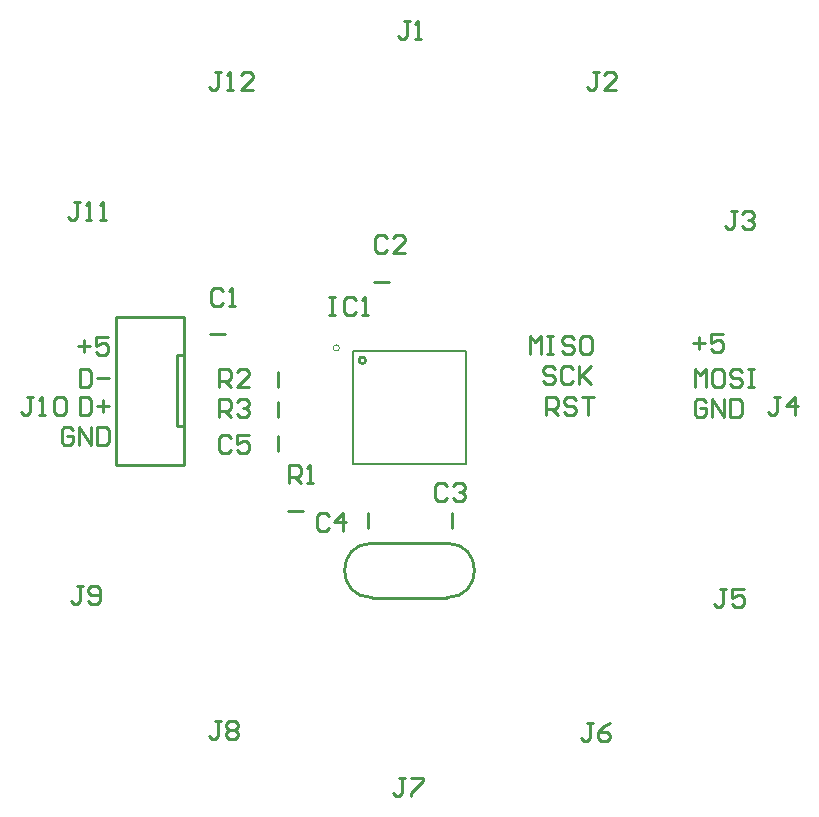
<source format=gto>
G04*
G04 #@! TF.GenerationSoftware,Altium Limited,Altium Designer,20.2.4 (192)*
G04*
G04 Layer_Color=65535*
%FSLAX44Y44*%
%MOMM*%
G71*
G04*
G04 #@! TF.SameCoordinates,914F8371-8902-4B0D-8680-DBDBB12D949F*
G04*
G04*
G04 #@! TF.FilePolarity,Positive*
G04*
G01*
G75*
%ADD10C,0.0000*%
%ADD11C,0.2540*%
%ADD12C,0.2032*%
D10*
X928600Y822660D02*
G03*
X928600Y822660I-2540J0D01*
G01*
D11*
X950887Y812160D02*
G03*
X950887Y812160I-2827J0D01*
G01*
X1020060Y611286D02*
G03*
X1020060Y657286I0J23000D01*
G01*
X956060D02*
G03*
X956060Y611286I0J-23000D01*
G01*
X953060Y670560D02*
Y683260D01*
X876300Y735330D02*
Y748030D01*
Y764540D02*
Y777240D01*
Y789940D02*
Y802640D01*
X1023620Y670560D02*
Y683260D01*
X956060Y657286D02*
X1020060D01*
X956060Y611286D02*
X1020060D01*
X885190Y684530D02*
X897890D01*
X957710Y878840D02*
X970410D01*
X819150Y834390D02*
X831850D01*
X791210Y756260D02*
Y816260D01*
X797350Y723760D02*
Y848760D01*
X739350Y723760D02*
Y848760D01*
X791210Y816260D02*
X797350D01*
X791210Y756260D02*
X797350D01*
X739350Y848760D02*
X797350D01*
X739350Y723760D02*
X797350D01*
X1111247Y805176D02*
X1108708Y807715D01*
X1103629D01*
X1101090Y805176D01*
Y802637D01*
X1103629Y800098D01*
X1108708D01*
X1111247Y797558D01*
Y795019D01*
X1108708Y792480D01*
X1103629D01*
X1101090Y795019D01*
X1126482Y805176D02*
X1123943Y807715D01*
X1118864D01*
X1116325Y805176D01*
Y795019D01*
X1118864Y792480D01*
X1123943D01*
X1126482Y795019D01*
X1131560Y807715D02*
Y792480D01*
Y797558D01*
X1141717Y807715D01*
X1134099Y800098D01*
X1141717Y792480D01*
X1089660Y817880D02*
Y833115D01*
X1094738Y828037D01*
X1099817Y833115D01*
Y817880D01*
X1104895Y833115D02*
X1109973D01*
X1107434D01*
Y817880D01*
X1104895D01*
X1109973D01*
X1127748Y830576D02*
X1125209Y833115D01*
X1120130D01*
X1117591Y830576D01*
Y828037D01*
X1120130Y825498D01*
X1125209D01*
X1127748Y822958D01*
Y820419D01*
X1125209Y817880D01*
X1120130D01*
X1117591Y820419D01*
X1140444Y833115D02*
X1135365D01*
X1132826Y830576D01*
Y820419D01*
X1135365Y817880D01*
X1140444D01*
X1142983Y820419D01*
Y830576D01*
X1140444Y833115D01*
X1103630Y765810D02*
Y781045D01*
X1111247D01*
X1113787Y778506D01*
Y773428D01*
X1111247Y770888D01*
X1103630D01*
X1108708D02*
X1113787Y765810D01*
X1129022Y778506D02*
X1126483Y781045D01*
X1121404D01*
X1118865Y778506D01*
Y775967D01*
X1121404Y773428D01*
X1126483D01*
X1129022Y770888D01*
Y768349D01*
X1126483Y765810D01*
X1121404D01*
X1118865Y768349D01*
X1134100Y781045D02*
X1144257D01*
X1139178D01*
Y765810D01*
X1229360Y789940D02*
Y805175D01*
X1234438Y800097D01*
X1239517Y805175D01*
Y789940D01*
X1252213Y805175D02*
X1247134D01*
X1244595Y802636D01*
Y792479D01*
X1247134Y789940D01*
X1252213D01*
X1254752Y792479D01*
Y802636D01*
X1252213Y805175D01*
X1269987Y802636D02*
X1267448Y805175D01*
X1262369D01*
X1259830Y802636D01*
Y800097D01*
X1262369Y797558D01*
X1267448D01*
X1269987Y795018D01*
Y792479D01*
X1267448Y789940D01*
X1262369D01*
X1259830Y792479D01*
X1275065Y805175D02*
X1280144D01*
X1277604D01*
Y789940D01*
X1275065D01*
X1280144D01*
X1228090Y826768D02*
X1238247D01*
X1233168Y831846D02*
Y821689D01*
X1253482Y834385D02*
X1243325D01*
Y826768D01*
X1248403Y829307D01*
X1250943D01*
X1253482Y826768D01*
Y821689D01*
X1250943Y819150D01*
X1245864D01*
X1243325Y821689D01*
X1239517Y777236D02*
X1236977Y779775D01*
X1231899D01*
X1229360Y777236D01*
Y767079D01*
X1231899Y764540D01*
X1236977D01*
X1239517Y767079D01*
Y772158D01*
X1234438D01*
X1244595Y764540D02*
Y779775D01*
X1254752Y764540D01*
Y779775D01*
X1259830D02*
Y764540D01*
X1267448D01*
X1269987Y767079D01*
Y777236D01*
X1267448Y779775D01*
X1259830D01*
X703577Y753106D02*
X701038Y755645D01*
X695959D01*
X693420Y753106D01*
Y742949D01*
X695959Y740410D01*
X701038D01*
X703577Y742949D01*
Y748027D01*
X698498D01*
X708655Y740410D02*
Y755645D01*
X718812Y740410D01*
Y755645D01*
X723890D02*
Y740410D01*
X731508D01*
X734047Y742949D01*
Y753106D01*
X731508Y755645D01*
X723890D01*
X708660Y781045D02*
Y765810D01*
X716277D01*
X718817Y768349D01*
Y778506D01*
X716277Y781045D01*
X708660D01*
X723895Y773428D02*
X734052D01*
X728973Y778506D02*
Y768349D01*
X708660Y805175D02*
Y789940D01*
X716277D01*
X718817Y792479D01*
Y802636D01*
X716277Y805175D01*
X708660D01*
X723895Y797558D02*
X734052D01*
X707390Y824228D02*
X717547D01*
X712468Y829306D02*
Y819149D01*
X732782Y831845D02*
X722625D01*
Y824228D01*
X727703Y826767D01*
X730243D01*
X732782Y824228D01*
Y819149D01*
X730243Y816610D01*
X725164D01*
X722625Y819149D01*
X828043Y1056637D02*
X822964D01*
X825504D01*
Y1043942D01*
X822964Y1041403D01*
X820425D01*
X817886Y1043942D01*
X833121Y1041403D02*
X838200D01*
X835660D01*
Y1056637D01*
X833121Y1054098D01*
X855974Y1041403D02*
X845817D01*
X855974Y1051559D01*
Y1054098D01*
X853435Y1056637D01*
X848356D01*
X845817Y1054098D01*
X708662Y946148D02*
X703584D01*
X706123D01*
Y933452D01*
X703584Y930912D01*
X701044D01*
X698505Y933452D01*
X713740Y930912D02*
X718819D01*
X716280D01*
Y946148D01*
X713740Y943608D01*
X726436Y930912D02*
X731515D01*
X728976D01*
Y946148D01*
X726436Y943608D01*
X669293Y781048D02*
X664214D01*
X666754D01*
Y768352D01*
X664214Y765813D01*
X661675D01*
X659136Y768352D01*
X674371Y765813D02*
X679450D01*
X676910D01*
Y781048D01*
X674371Y778508D01*
X687067D02*
X689606Y781048D01*
X694685D01*
X697224Y778508D01*
Y768352D01*
X694685Y765813D01*
X689606D01*
X687067Y768352D01*
Y778508D01*
X711201Y621027D02*
X706123D01*
X708662D01*
Y608332D01*
X706123Y605793D01*
X703583D01*
X701044Y608332D01*
X716279D02*
X718818Y605793D01*
X723897D01*
X726436Y608332D01*
Y618488D01*
X723897Y621027D01*
X718818D01*
X716279Y618488D01*
Y615949D01*
X718818Y613410D01*
X726436D01*
X828041Y506727D02*
X822962D01*
X825502D01*
Y494032D01*
X822962Y491493D01*
X820423D01*
X817884Y494032D01*
X833119Y504188D02*
X835658Y506727D01*
X840737D01*
X843276Y504188D01*
Y501649D01*
X840737Y499110D01*
X843276Y496571D01*
Y494032D01*
X840737Y491493D01*
X835658D01*
X833119Y494032D01*
Y496571D01*
X835658Y499110D01*
X833119Y501649D01*
Y504188D01*
X835658Y499110D02*
X840737D01*
X984251Y458467D02*
X979173D01*
X981712D01*
Y445772D01*
X979173Y443232D01*
X976633D01*
X974094Y445772D01*
X989329Y458467D02*
X999486D01*
Y455928D01*
X989329Y445772D01*
Y443232D01*
X1143001Y505457D02*
X1137923D01*
X1140462D01*
Y492762D01*
X1137923Y490223D01*
X1135383D01*
X1132844Y492762D01*
X1158236Y505457D02*
X1153158Y502918D01*
X1148079Y497840D01*
Y492762D01*
X1150618Y490223D01*
X1155697D01*
X1158236Y492762D01*
Y495301D01*
X1155697Y497840D01*
X1148079D01*
X1256031Y618488D02*
X1250953D01*
X1253492D01*
Y605792D01*
X1250953Y603252D01*
X1248413D01*
X1245874Y605792D01*
X1271266Y618488D02*
X1261109D01*
Y610870D01*
X1266188Y613409D01*
X1268727D01*
X1271266Y610870D01*
Y605792D01*
X1268727Y603252D01*
X1263648D01*
X1261109Y605792D01*
X1301751Y781048D02*
X1296673D01*
X1299212D01*
Y768352D01*
X1296673Y765813D01*
X1294133D01*
X1291594Y768352D01*
X1314447Y765813D02*
Y781048D01*
X1306829Y773430D01*
X1316986D01*
X1264921Y938528D02*
X1259843D01*
X1262382D01*
Y925832D01*
X1259843Y923292D01*
X1257303D01*
X1254764Y925832D01*
X1269999Y935988D02*
X1272538Y938528D01*
X1277617D01*
X1280156Y935988D01*
Y933449D01*
X1277617Y930910D01*
X1275078D01*
X1277617D01*
X1280156Y928371D01*
Y925832D01*
X1277617Y923292D01*
X1272538D01*
X1269999Y925832D01*
X1148081Y1056637D02*
X1143002D01*
X1145542D01*
Y1043942D01*
X1143002Y1041403D01*
X1140463D01*
X1137924Y1043942D01*
X1163316Y1041403D02*
X1153159D01*
X1163316Y1051559D01*
Y1054098D01*
X1160777Y1056637D01*
X1155698D01*
X1153159Y1054098D01*
X988060Y1099818D02*
X982982D01*
X985521D01*
Y1087122D01*
X982982Y1084583D01*
X980443D01*
X977903Y1087122D01*
X993138Y1084583D02*
X998217D01*
X995678D01*
Y1099818D01*
X993138Y1097278D01*
X920242Y865373D02*
X925320D01*
X922781D01*
Y850138D01*
X920242D01*
X925320D01*
X943095Y862834D02*
X940555Y865373D01*
X935477D01*
X932938Y862834D01*
Y852677D01*
X935477Y850138D01*
X940555D01*
X943095Y852677D01*
X948173Y850138D02*
X953251D01*
X950712D01*
Y865373D01*
X948173Y862834D01*
X919481Y680718D02*
X916942Y683258D01*
X911863D01*
X909324Y680718D01*
Y670562D01*
X911863Y668023D01*
X916942D01*
X919481Y670562D01*
X932177Y668023D02*
Y683258D01*
X924559Y675640D01*
X934716D01*
X836931Y746758D02*
X834392Y749297D01*
X829313D01*
X826774Y746758D01*
Y736602D01*
X829313Y734062D01*
X834392D01*
X836931Y736602D01*
X852166Y749297D02*
X842009D01*
Y741680D01*
X847087Y744219D01*
X849627D01*
X852166Y741680D01*
Y736602D01*
X849627Y734062D01*
X844548D01*
X842009Y736602D01*
X826774Y764542D02*
Y779778D01*
X834392D01*
X836931Y777238D01*
Y772160D01*
X834392Y769621D01*
X826774D01*
X831852D02*
X836931Y764542D01*
X842009Y777238D02*
X844548Y779778D01*
X849627D01*
X852166Y777238D01*
Y774699D01*
X849627Y772160D01*
X847087D01*
X849627D01*
X852166Y769621D01*
Y767082D01*
X849627Y764542D01*
X844548D01*
X842009Y767082D01*
X826774Y789942D02*
Y805178D01*
X834392D01*
X836931Y802638D01*
Y797560D01*
X834392Y795021D01*
X826774D01*
X831852D02*
X836931Y789942D01*
X852166D02*
X842009D01*
X852166Y800099D01*
Y802638D01*
X849627Y805178D01*
X844548D01*
X842009Y802638D01*
X1019807Y705354D02*
X1017268Y707893D01*
X1012189D01*
X1009650Y705354D01*
Y695197D01*
X1012189Y692658D01*
X1017268D01*
X1019807Y695197D01*
X1024885Y705354D02*
X1027424Y707893D01*
X1032503D01*
X1035042Y705354D01*
Y702815D01*
X1032503Y700275D01*
X1029963D01*
X1032503D01*
X1035042Y697736D01*
Y695197D01*
X1032503Y692658D01*
X1027424D01*
X1024885Y695197D01*
X968629Y915666D02*
X966090Y918205D01*
X961011D01*
X958472Y915666D01*
Y905509D01*
X961011Y902970D01*
X966090D01*
X968629Y905509D01*
X983864Y902970D02*
X973707D01*
X983864Y913127D01*
Y915666D01*
X981325Y918205D01*
X976246D01*
X973707Y915666D01*
X830069Y871216D02*
X827530Y873755D01*
X822451D01*
X819912Y871216D01*
Y861059D01*
X822451Y858520D01*
X827530D01*
X830069Y861059D01*
X835147Y858520D02*
X840225D01*
X837686D01*
Y873755D01*
X835147Y871216D01*
X885952Y708660D02*
Y723895D01*
X893569D01*
X896109Y721356D01*
Y716277D01*
X893569Y713738D01*
X885952D01*
X891030D02*
X896109Y708660D01*
X901187D02*
X906265D01*
X903726D01*
Y723895D01*
X901187Y721356D01*
D12*
X940060Y724160D02*
Y820160D01*
Y724160D02*
X1036060D01*
Y820160D01*
X940060D02*
X1036060D01*
M02*

</source>
